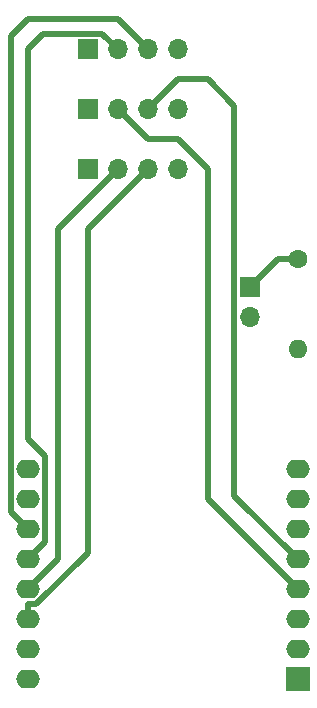
<source format=gbr>
%TF.GenerationSoftware,KiCad,Pcbnew,8.0.5*%
%TF.CreationDate,2024-11-16T19:04:16+01:00*%
%TF.ProjectId,esp8266-expansion-board,65737038-3236-4362-9d65-7870616e7369,rev?*%
%TF.SameCoordinates,Original*%
%TF.FileFunction,Copper,L1,Top*%
%TF.FilePolarity,Positive*%
%FSLAX46Y46*%
G04 Gerber Fmt 4.6, Leading zero omitted, Abs format (unit mm)*
G04 Created by KiCad (PCBNEW 8.0.5) date 2024-11-16 19:04:16*
%MOMM*%
%LPD*%
G01*
G04 APERTURE LIST*
%TA.AperFunction,ComponentPad*%
%ADD10R,1.700000X1.700000*%
%TD*%
%TA.AperFunction,ComponentPad*%
%ADD11O,1.700000X1.700000*%
%TD*%
%TA.AperFunction,ComponentPad*%
%ADD12C,1.600000*%
%TD*%
%TA.AperFunction,ComponentPad*%
%ADD13O,1.600000X1.600000*%
%TD*%
%TA.AperFunction,ComponentPad*%
%ADD14R,2.000000X2.000000*%
%TD*%
%TA.AperFunction,ComponentPad*%
%ADD15O,2.000000X1.600000*%
%TD*%
%TA.AperFunction,Conductor*%
%ADD16C,0.500000*%
%TD*%
G04 APERTURE END LIST*
D10*
%TO.P,J9,1,Pin_1*%
%TO.N,/+3v3*%
X66040000Y-40293187D03*
D11*
%TO.P,J9,2,Pin_2*%
%TO.N,/GPIO14B*%
X68580000Y-40293187D03*
%TO.P,J9,3,Pin_3*%
%TO.N,/GPIO12B*%
X71120000Y-40293187D03*
%TO.P,J9,4,Pin_4*%
%TO.N,/0V*%
X73660000Y-40293187D03*
%TD*%
D10*
%TO.P,J8,1,Pin_1*%
%TO.N,/+3v3*%
X66040000Y-45373187D03*
D11*
%TO.P,J8,2,Pin_2*%
%TO.N,/GPIO4B*%
X68580000Y-45373187D03*
%TO.P,J8,3,Pin_3*%
%TO.N,/GPIO5B*%
X71120000Y-45373187D03*
%TO.P,J8,4,Pin_4*%
%TO.N,/0V*%
X73660000Y-45373187D03*
%TD*%
D10*
%TO.P,J7,1,Pin_1*%
%TO.N,Net-(J7-Pin_1)*%
X79751775Y-55367942D03*
D11*
%TO.P,J7,2,Pin_2*%
%TO.N,/ADC0B*%
X79751775Y-57907942D03*
%TD*%
D12*
%TO.P,R2,1*%
%TO.N,Net-(J7-Pin_1)*%
X83820000Y-52993187D03*
D13*
%TO.P,R2,2*%
%TO.N,/+3v3*%
X83820000Y-60613187D03*
%TD*%
D10*
%TO.P,J10,1,Pin_1*%
%TO.N,/5V*%
X66040000Y-35213187D03*
D11*
%TO.P,J10,2,Pin_2*%
%TO.N,/GPIO0B*%
X68580000Y-35213187D03*
%TO.P,J10,3,Pin_3*%
%TO.N,/GPIO2B*%
X71120000Y-35213187D03*
%TO.P,J10,4,Pin_4*%
%TO.N,/0V*%
X73660000Y-35213187D03*
%TD*%
D14*
%TO.P,U2,1,~{RST}*%
%TO.N,unconnected-(U2-~{RST}-Pad1)*%
X83820000Y-88553187D03*
D15*
%TO.P,U2,2,A0*%
%TO.N,/ADC0B*%
X83820000Y-86013187D03*
%TO.P,U2,3,D0*%
%TO.N,unconnected-(U2-D0-Pad3)*%
X83820000Y-83473187D03*
%TO.P,U2,4,SCK/D5*%
%TO.N,/GPIO14B*%
X83820000Y-80933187D03*
%TO.P,U2,5,MISO/D6*%
%TO.N,/GPIO12B*%
X83820000Y-78393187D03*
%TO.P,U2,6,MOSI/D7*%
%TO.N,/GPIO13B*%
X83820000Y-75853187D03*
%TO.P,U2,7,CS/D8*%
%TO.N,/GPIO15B*%
X83820000Y-73313187D03*
%TO.P,U2,8,3V3*%
%TO.N,/+3v3*%
X83820000Y-70773187D03*
%TO.P,U2,9,5V*%
%TO.N,/5V*%
X60960000Y-70773187D03*
%TO.P,U2,10,GND*%
%TO.N,/0V*%
X60960000Y-73313187D03*
%TO.P,U2,11,D4*%
%TO.N,/GPIO2B*%
X60960000Y-75853187D03*
%TO.P,U2,12,D3*%
%TO.N,/GPIO0B*%
X60960000Y-78393187D03*
%TO.P,U2,13,SDA/D2*%
%TO.N,/GPIO4B*%
X60960000Y-80933187D03*
%TO.P,U2,14,SCL/D1*%
%TO.N,/GPIO5B*%
X60960000Y-83473187D03*
%TO.P,U2,15,RX*%
%TO.N,unconnected-(U2-RX-Pad15)*%
X60960000Y-86013187D03*
%TO.P,U2,16,TX*%
%TO.N,unconnected-(U2-TX-Pad16)*%
X60960000Y-88553187D03*
%TD*%
D16*
%TO.N,Net-(J7-Pin_1)*%
X83820000Y-52993187D02*
X82126530Y-52993187D01*
X82126530Y-52993187D02*
X79751775Y-55367942D01*
%TO.N,/GPIO4B*%
X63500000Y-50453187D02*
X68580000Y-45373187D01*
X63500000Y-78393187D02*
X63500000Y-50453187D01*
X60960000Y-80933187D02*
X63500000Y-78393187D01*
%TO.N,/GPIO5B*%
X66040000Y-50453187D02*
X71120000Y-45373187D01*
X61677767Y-82183187D02*
X60960000Y-82183187D01*
X66040000Y-77820954D02*
X66040000Y-50453187D01*
X61677767Y-82183187D02*
X66040000Y-77820954D01*
X60960000Y-82183187D02*
X60960000Y-83473187D01*
%TO.N,/GPIO14B*%
X76200000Y-73313187D02*
X76200000Y-45373187D01*
X76200000Y-45373187D02*
X73660000Y-42833187D01*
X83820000Y-80933187D02*
X76200000Y-73313187D01*
X73660000Y-42833187D02*
X71120000Y-42833187D01*
X71120000Y-42833187D02*
X68580000Y-40293187D01*
%TO.N,/GPIO12B*%
X78451775Y-73024962D02*
X83820000Y-78393187D01*
X73660000Y-37753187D02*
X76200000Y-37753187D01*
X76200000Y-37753187D02*
X78451775Y-40004962D01*
X78451775Y-40004962D02*
X78451775Y-73024962D01*
X71120000Y-40293187D02*
X73660000Y-37753187D01*
%TO.N,/GPIO2B*%
X60960000Y-32673187D02*
X68580000Y-32673187D01*
X59510000Y-34123187D02*
X60960000Y-32673187D01*
X59510000Y-74403187D02*
X59510000Y-34123187D01*
X68580000Y-32673187D02*
X71120000Y-35213187D01*
X60960000Y-75853187D02*
X59510000Y-74403187D01*
%TO.N,/GPIO0B*%
X62410000Y-69683187D02*
X60960000Y-68233187D01*
X60960000Y-35213187D02*
X62260000Y-33913187D01*
X67280000Y-33913187D02*
X68580000Y-35213187D01*
X60960000Y-68233187D02*
X60960000Y-35213187D01*
X62410000Y-76943187D02*
X62410000Y-69683187D01*
X60960000Y-78393187D02*
X62410000Y-76943187D01*
X62260000Y-33913187D02*
X67280000Y-33913187D01*
%TD*%
M02*

</source>
